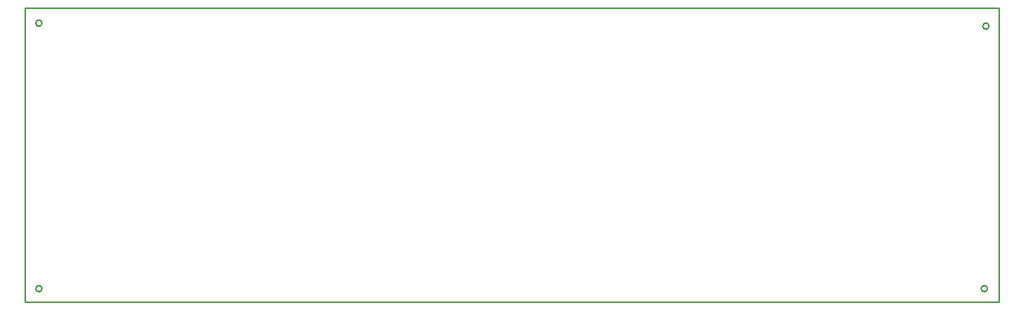
<source format=gbr>
G04 EAGLE Gerber RS-274X export*
G75*
%MOMM*%
%FSLAX34Y34*%
%LPD*%
%IN*%
%IPPOS*%
%AMOC8*
5,1,8,0,0,1.08239X$1,22.5*%
G01*
%ADD10C,0.254000*%


D10*
X-17780Y0D02*
X1630680Y0D01*
X1630680Y497840D01*
X-17780Y497840D01*
X-17780Y0D01*
X1610280Y22579D02*
X1610217Y22021D01*
X1610092Y21474D01*
X1609907Y20944D01*
X1609663Y20438D01*
X1609364Y19962D01*
X1609014Y19523D01*
X1608617Y19126D01*
X1608178Y18776D01*
X1607702Y18477D01*
X1607196Y18233D01*
X1606666Y18048D01*
X1606119Y17923D01*
X1605561Y17860D01*
X1604999Y17860D01*
X1604441Y17923D01*
X1603894Y18048D01*
X1603364Y18233D01*
X1602858Y18477D01*
X1602382Y18776D01*
X1601943Y19126D01*
X1601546Y19523D01*
X1601196Y19962D01*
X1600897Y20438D01*
X1600653Y20944D01*
X1600468Y21474D01*
X1600343Y22021D01*
X1600280Y22579D01*
X1600280Y23141D01*
X1600343Y23699D01*
X1600468Y24246D01*
X1600653Y24776D01*
X1600897Y25282D01*
X1601196Y25758D01*
X1601546Y26197D01*
X1601943Y26594D01*
X1602382Y26944D01*
X1602858Y27243D01*
X1603364Y27487D01*
X1603894Y27672D01*
X1604441Y27797D01*
X1604999Y27860D01*
X1605561Y27860D01*
X1606119Y27797D01*
X1606666Y27672D01*
X1607196Y27487D01*
X1607702Y27243D01*
X1608178Y26944D01*
X1608617Y26594D01*
X1609014Y26197D01*
X1609364Y25758D01*
X1609663Y25282D01*
X1609907Y24776D01*
X1610092Y24246D01*
X1610217Y23699D01*
X1610280Y23141D01*
X1610280Y22579D01*
X1612820Y467079D02*
X1612757Y466521D01*
X1612632Y465974D01*
X1612447Y465444D01*
X1612203Y464938D01*
X1611904Y464462D01*
X1611554Y464023D01*
X1611157Y463626D01*
X1610718Y463276D01*
X1610242Y462977D01*
X1609736Y462733D01*
X1609206Y462548D01*
X1608659Y462423D01*
X1608101Y462360D01*
X1607539Y462360D01*
X1606981Y462423D01*
X1606434Y462548D01*
X1605904Y462733D01*
X1605398Y462977D01*
X1604922Y463276D01*
X1604483Y463626D01*
X1604086Y464023D01*
X1603736Y464462D01*
X1603437Y464938D01*
X1603193Y465444D01*
X1603008Y465974D01*
X1602883Y466521D01*
X1602820Y467079D01*
X1602820Y467641D01*
X1602883Y468199D01*
X1603008Y468746D01*
X1603193Y469276D01*
X1603437Y469782D01*
X1603736Y470258D01*
X1604086Y470697D01*
X1604483Y471094D01*
X1604922Y471444D01*
X1605398Y471743D01*
X1605904Y471987D01*
X1606434Y472172D01*
X1606981Y472297D01*
X1607539Y472360D01*
X1608101Y472360D01*
X1608659Y472297D01*
X1609206Y472172D01*
X1609736Y471987D01*
X1610242Y471743D01*
X1610718Y471444D01*
X1611157Y471094D01*
X1611554Y470697D01*
X1611904Y470258D01*
X1612203Y469782D01*
X1612447Y469276D01*
X1612632Y468746D01*
X1612757Y468199D01*
X1612820Y467641D01*
X1612820Y467079D01*
X10080Y22579D02*
X10017Y22021D01*
X9892Y21474D01*
X9707Y20944D01*
X9463Y20438D01*
X9164Y19962D01*
X8814Y19523D01*
X8417Y19126D01*
X7978Y18776D01*
X7502Y18477D01*
X6996Y18233D01*
X6466Y18048D01*
X5919Y17923D01*
X5361Y17860D01*
X4799Y17860D01*
X4241Y17923D01*
X3694Y18048D01*
X3164Y18233D01*
X2658Y18477D01*
X2182Y18776D01*
X1743Y19126D01*
X1346Y19523D01*
X996Y19962D01*
X697Y20438D01*
X453Y20944D01*
X268Y21474D01*
X143Y22021D01*
X80Y22579D01*
X80Y23141D01*
X143Y23699D01*
X268Y24246D01*
X453Y24776D01*
X697Y25282D01*
X996Y25758D01*
X1346Y26197D01*
X1743Y26594D01*
X2182Y26944D01*
X2658Y27243D01*
X3164Y27487D01*
X3694Y27672D01*
X4241Y27797D01*
X4799Y27860D01*
X5361Y27860D01*
X5919Y27797D01*
X6466Y27672D01*
X6996Y27487D01*
X7502Y27243D01*
X7978Y26944D01*
X8417Y26594D01*
X8814Y26197D01*
X9164Y25758D01*
X9463Y25282D01*
X9707Y24776D01*
X9892Y24246D01*
X10017Y23699D01*
X10080Y23141D01*
X10080Y22579D01*
X10080Y472159D02*
X10017Y471601D01*
X9892Y471054D01*
X9707Y470524D01*
X9463Y470018D01*
X9164Y469542D01*
X8814Y469103D01*
X8417Y468706D01*
X7978Y468356D01*
X7502Y468057D01*
X6996Y467813D01*
X6466Y467628D01*
X5919Y467503D01*
X5361Y467440D01*
X4799Y467440D01*
X4241Y467503D01*
X3694Y467628D01*
X3164Y467813D01*
X2658Y468057D01*
X2182Y468356D01*
X1743Y468706D01*
X1346Y469103D01*
X996Y469542D01*
X697Y470018D01*
X453Y470524D01*
X268Y471054D01*
X143Y471601D01*
X80Y472159D01*
X80Y472721D01*
X143Y473279D01*
X268Y473826D01*
X453Y474356D01*
X697Y474862D01*
X996Y475338D01*
X1346Y475777D01*
X1743Y476174D01*
X2182Y476524D01*
X2658Y476823D01*
X3164Y477067D01*
X3694Y477252D01*
X4241Y477377D01*
X4799Y477440D01*
X5361Y477440D01*
X5919Y477377D01*
X6466Y477252D01*
X6996Y477067D01*
X7502Y476823D01*
X7978Y476524D01*
X8417Y476174D01*
X8814Y475777D01*
X9164Y475338D01*
X9463Y474862D01*
X9707Y474356D01*
X9892Y473826D01*
X10017Y473279D01*
X10080Y472721D01*
X10080Y472159D01*
M02*

</source>
